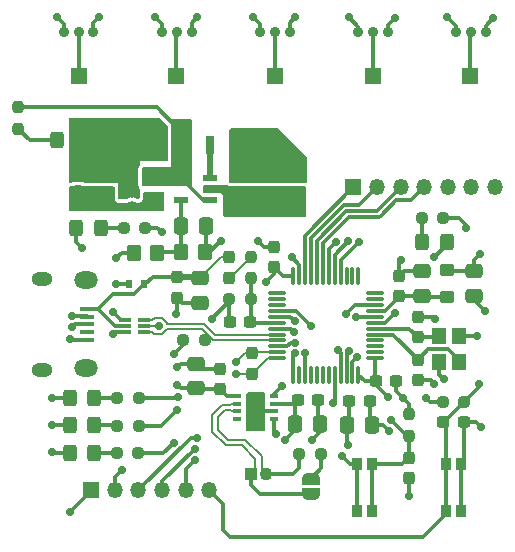
<source format=gbr>
%TF.GenerationSoftware,KiCad,Pcbnew,9.0.0*%
%TF.CreationDate,2026-01-14T19:26:19-05:00*%
%TF.ProjectId,telemetry-node,74656c65-6d65-4747-9279-2d6e6f64652e,rev?*%
%TF.SameCoordinates,Original*%
%TF.FileFunction,Copper,L1,Top*%
%TF.FilePolarity,Positive*%
%FSLAX46Y46*%
G04 Gerber Fmt 4.6, Leading zero omitted, Abs format (unit mm)*
G04 Created by KiCad (PCBNEW 9.0.0) date 2026-01-14 19:26:19*
%MOMM*%
%LPD*%
G01*
G04 APERTURE LIST*
G04 Aperture macros list*
%AMRoundRect*
0 Rectangle with rounded corners*
0 $1 Rounding radius*
0 $2 $3 $4 $5 $6 $7 $8 $9 X,Y pos of 4 corners*
0 Add a 4 corners polygon primitive as box body*
4,1,4,$2,$3,$4,$5,$6,$7,$8,$9,$2,$3,0*
0 Add four circle primitives for the rounded corners*
1,1,$1+$1,$2,$3*
1,1,$1+$1,$4,$5*
1,1,$1+$1,$6,$7*
1,1,$1+$1,$8,$9*
0 Add four rect primitives between the rounded corners*
20,1,$1+$1,$2,$3,$4,$5,0*
20,1,$1+$1,$4,$5,$6,$7,0*
20,1,$1+$1,$6,$7,$8,$9,0*
20,1,$1+$1,$8,$9,$2,$3,0*%
%AMFreePoly0*
4,1,23,0.500000,-0.750000,0.000000,-0.750000,0.000000,-0.745722,-0.065263,-0.745722,-0.191342,-0.711940,-0.304381,-0.646677,-0.396677,-0.554381,-0.461940,-0.441342,-0.495722,-0.315263,-0.495722,-0.250000,-0.500000,-0.250000,-0.500000,0.250000,-0.495722,0.250000,-0.495722,0.315263,-0.461940,0.441342,-0.396677,0.554381,-0.304381,0.646677,-0.191342,0.711940,-0.065263,0.745722,0.000000,0.745722,
0.000000,0.750000,0.500000,0.750000,0.500000,-0.750000,0.500000,-0.750000,$1*%
%AMFreePoly1*
4,1,23,0.000000,0.745722,0.065263,0.745722,0.191342,0.711940,0.304381,0.646677,0.396677,0.554381,0.461940,0.441342,0.495722,0.315263,0.495722,0.250000,0.500000,0.250000,0.500000,-0.250000,0.495722,-0.250000,0.495722,-0.315263,0.461940,-0.441342,0.396677,-0.554381,0.304381,-0.646677,0.191342,-0.711940,0.065263,-0.745722,0.000000,-0.745722,0.000000,-0.750000,-0.500000,-0.750000,
-0.500000,0.750000,0.000000,0.750000,0.000000,0.745722,0.000000,0.745722,$1*%
G04 Aperture macros list end*
%TA.AperFunction,SMDPad,CuDef*%
%ADD10RoundRect,0.250000X-0.475000X0.337500X-0.475000X-0.337500X0.475000X-0.337500X0.475000X0.337500X0*%
%TD*%
%TA.AperFunction,SMDPad,CuDef*%
%ADD11RoundRect,0.250000X0.325000X0.450000X-0.325000X0.450000X-0.325000X-0.450000X0.325000X-0.450000X0*%
%TD*%
%TA.AperFunction,SMDPad,CuDef*%
%ADD12RoundRect,0.237500X0.250000X0.237500X-0.250000X0.237500X-0.250000X-0.237500X0.250000X-0.237500X0*%
%TD*%
%TA.AperFunction,SMDPad,CuDef*%
%ADD13RoundRect,0.250000X-0.337500X-0.475000X0.337500X-0.475000X0.337500X0.475000X-0.337500X0.475000X0*%
%TD*%
%TA.AperFunction,SMDPad,CuDef*%
%ADD14R,1.200000X0.600000*%
%TD*%
%TA.AperFunction,ComponentPad*%
%ADD15R,1.100000X1.100000*%
%TD*%
%TA.AperFunction,ComponentPad*%
%ADD16C,1.100000*%
%TD*%
%TA.AperFunction,ComponentPad*%
%ADD17C,0.900000*%
%TD*%
%TA.AperFunction,ComponentPad*%
%ADD18R,1.350000X1.350000*%
%TD*%
%TA.AperFunction,SMDPad,CuDef*%
%ADD19RoundRect,0.237500X-0.237500X0.300000X-0.237500X-0.300000X0.237500X-0.300000X0.237500X0.300000X0*%
%TD*%
%TA.AperFunction,SMDPad,CuDef*%
%ADD20RoundRect,0.250000X-0.325000X-0.450000X0.325000X-0.450000X0.325000X0.450000X-0.325000X0.450000X0*%
%TD*%
%TA.AperFunction,SMDPad,CuDef*%
%ADD21RoundRect,0.237500X0.237500X-0.300000X0.237500X0.300000X-0.237500X0.300000X-0.237500X-0.300000X0*%
%TD*%
%TA.AperFunction,SMDPad,CuDef*%
%ADD22R,0.700000X1.500000*%
%TD*%
%TA.AperFunction,SMDPad,CuDef*%
%ADD23RoundRect,0.250000X-0.350000X-0.450000X0.350000X-0.450000X0.350000X0.450000X-0.350000X0.450000X0*%
%TD*%
%TA.AperFunction,SMDPad,CuDef*%
%ADD24RoundRect,0.250000X0.337500X0.475000X-0.337500X0.475000X-0.337500X-0.475000X0.337500X-0.475000X0*%
%TD*%
%TA.AperFunction,SMDPad,CuDef*%
%ADD25RoundRect,0.237500X-0.237500X0.250000X-0.237500X-0.250000X0.237500X-0.250000X0.237500X0.250000X0*%
%TD*%
%TA.AperFunction,SMDPad,CuDef*%
%ADD26RoundRect,0.237500X-0.300000X-0.237500X0.300000X-0.237500X0.300000X0.237500X-0.300000X0.237500X0*%
%TD*%
%TA.AperFunction,SMDPad,CuDef*%
%ADD27R,1.300000X0.450000*%
%TD*%
%TA.AperFunction,HeatsinkPad*%
%ADD28O,1.800000X1.150000*%
%TD*%
%TA.AperFunction,HeatsinkPad*%
%ADD29O,2.000000X1.450000*%
%TD*%
%TA.AperFunction,SMDPad,CuDef*%
%ADD30RoundRect,0.237500X0.300000X0.237500X-0.300000X0.237500X-0.300000X-0.237500X0.300000X-0.237500X0*%
%TD*%
%TA.AperFunction,SMDPad,CuDef*%
%ADD31RoundRect,0.075000X0.662500X0.075000X-0.662500X0.075000X-0.662500X-0.075000X0.662500X-0.075000X0*%
%TD*%
%TA.AperFunction,SMDPad,CuDef*%
%ADD32RoundRect,0.075000X0.075000X0.662500X-0.075000X0.662500X-0.075000X-0.662500X0.075000X-0.662500X0*%
%TD*%
%TA.AperFunction,SMDPad,CuDef*%
%ADD33RoundRect,0.237500X-0.237500X0.287500X-0.237500X-0.287500X0.237500X-0.287500X0.237500X0.287500X0*%
%TD*%
%TA.AperFunction,SMDPad,CuDef*%
%ADD34RoundRect,0.250000X0.350000X-0.275000X0.350000X0.275000X-0.350000X0.275000X-0.350000X-0.275000X0*%
%TD*%
%TA.AperFunction,SMDPad,CuDef*%
%ADD35R,0.900000X1.050000*%
%TD*%
%TA.AperFunction,SMDPad,CuDef*%
%ADD36R,0.990000X0.300000*%
%TD*%
%TA.AperFunction,ComponentPad*%
%ADD37O,1.350000X1.350000*%
%TD*%
%TA.AperFunction,SMDPad,CuDef*%
%ADD38RoundRect,0.250000X-0.450000X0.325000X-0.450000X-0.325000X0.450000X-0.325000X0.450000X0.325000X0*%
%TD*%
%TA.AperFunction,SMDPad,CuDef*%
%ADD39FreePoly0,270.000000*%
%TD*%
%TA.AperFunction,SMDPad,CuDef*%
%ADD40FreePoly1,270.000000*%
%TD*%
%TA.AperFunction,SMDPad,CuDef*%
%ADD41R,0.550000X0.800000*%
%TD*%
%TA.AperFunction,SMDPad,CuDef*%
%ADD42R,0.280000X0.200000*%
%TD*%
%TA.AperFunction,SMDPad,CuDef*%
%ADD43RoundRect,0.237500X-0.250000X-0.237500X0.250000X-0.237500X0.250000X0.237500X-0.250000X0.237500X0*%
%TD*%
%TA.AperFunction,SMDPad,CuDef*%
%ADD44R,0.650000X0.350000*%
%TD*%
%TA.AperFunction,SMDPad,CuDef*%
%ADD45R,1.550000X2.400000*%
%TD*%
%TA.AperFunction,SMDPad,CuDef*%
%ADD46RoundRect,0.250000X0.475000X-0.337500X0.475000X0.337500X-0.475000X0.337500X-0.475000X-0.337500X0*%
%TD*%
%TA.AperFunction,SMDPad,CuDef*%
%ADD47R,1.200000X1.400000*%
%TD*%
%TA.AperFunction,ViaPad*%
%ADD48C,0.700000*%
%TD*%
%TA.AperFunction,Conductor*%
%ADD49C,0.300000*%
%TD*%
%TA.AperFunction,Conductor*%
%ADD50C,0.200000*%
%TD*%
%TA.AperFunction,Conductor*%
%ADD51C,0.500000*%
%TD*%
G04 APERTURE END LIST*
D10*
%TO.P,C25,1*%
%TO.N,+3.3V Buck*%
X208600000Y-56425000D03*
%TO.P,C25,2*%
%TO.N,GND*%
X208600000Y-58500000D03*
%TD*%
D11*
%TO.P,D11,1,K*%
%TO.N,GND*%
X190425000Y-53600000D03*
%TO.P,D11,2,A*%
%TO.N,Net-(D11-A)*%
X188375000Y-53600000D03*
%TD*%
D12*
%TO.P,R5,1*%
%TO.N,/NRST*%
X222912500Y-75750000D03*
%TO.P,R5,2*%
%TO.N,+3.3V Buck*%
X221087500Y-75750000D03*
%TD*%
%TO.P,R30,1*%
%TO.N,+3.3V Buck*%
X195887500Y-61000000D03*
%TO.P,R30,2*%
%TO.N,Net-(D12-A)*%
X194062500Y-61000000D03*
%TD*%
D10*
%TO.P,C23,1*%
%TO.N,+3.3V Buck*%
X204000000Y-56400000D03*
%TO.P,C23,2*%
%TO.N,GND*%
X204000000Y-58475000D03*
%TD*%
D13*
%TO.P,C22,1*%
%TO.N,Net-(IC1-FB)*%
X198912500Y-60825000D03*
%TO.P,C22,2*%
%TO.N,+3.3V Buck*%
X200987500Y-60825000D03*
%TD*%
D14*
%TO.P,IC1,1,EN*%
%TO.N,+5V*%
X201400000Y-58675000D03*
%TO.P,IC1,2,GND*%
%TO.N,GND*%
X201400000Y-57725000D03*
%TO.P,IC1,3,SW*%
%TO.N,Net-(IC1-SW)*%
X201400000Y-56775000D03*
%TO.P,IC1,4,VIN*%
%TO.N,+5V*%
X198900000Y-56775000D03*
%TO.P,IC1,5,FB*%
%TO.N,Net-(IC1-FB)*%
X198900000Y-58675000D03*
%TD*%
D15*
%TO.P,J4,1,1*%
%TO.N,/CAN_N*%
X204837500Y-81900000D03*
D16*
%TO.P,J4,2,2*%
%TO.N,/CAN_P*%
X206087500Y-81900000D03*
%TD*%
D17*
%TO.P,J9,1,1*%
%TO.N,+3.3V Buck*%
X205600000Y-44400000D03*
%TO.P,J9,2,2*%
%TO.N,Net-(J10-Pin_1)*%
X206850000Y-44400000D03*
%TO.P,J9,3,3*%
%TO.N,GND*%
X208100000Y-44400000D03*
%TD*%
%TO.P,J1,1,1*%
%TO.N,+3.3V Buck*%
X189000000Y-44400000D03*
%TO.P,J1,2,2*%
%TO.N,Net-(J5-Pin_1)*%
X190250000Y-44400000D03*
%TO.P,J1,3,3*%
%TO.N,GND*%
X191500000Y-44400000D03*
%TD*%
D18*
%TO.P,J15,1,Pin_1*%
%TO.N,Net-(J15-Pin_1)*%
X223400000Y-48200000D03*
%TD*%
D19*
%TO.P,C58,1*%
%TO.N,GND*%
X202187500Y-72937500D03*
%TO.P,C58,2*%
%TO.N,+3.3V Buck*%
X202187500Y-74662500D03*
%TD*%
D20*
%TO.P,D15,1,K*%
%TO.N,GND*%
X189500000Y-80100000D03*
%TO.P,D15,2,A*%
%TO.N,Net-(D15-A)*%
X191550000Y-80100000D03*
%TD*%
D21*
%TO.P,C18,1*%
%TO.N,/HSE_OUT*%
X218937500Y-70275000D03*
%TO.P,C18,2*%
%TO.N,GND*%
X218937500Y-68550000D03*
%TD*%
D22*
%TO.P,L2,1,1*%
%TO.N,Net-(IC1-SW)*%
X201350000Y-54000000D03*
%TO.P,L2,2,2*%
%TO.N,+3.3V Buck*%
X203650000Y-54000000D03*
%TD*%
D12*
%TO.P,R34,1*%
%TO.N,/PA0*%
X221100000Y-60200000D03*
%TO.P,R34,2*%
%TO.N,Net-(D16-A)*%
X219275000Y-60200000D03*
%TD*%
D20*
%TO.P,D12,1,K*%
%TO.N,GND*%
X190050000Y-61000000D03*
%TO.P,D12,2,A*%
%TO.N,Net-(D12-A)*%
X192100000Y-61000000D03*
%TD*%
D13*
%TO.P,C16,1*%
%TO.N,+3.3V Buck*%
X208600000Y-77600000D03*
%TO.P,C16,2*%
%TO.N,GND*%
X210675000Y-77600000D03*
%TD*%
D23*
%TO.P,R10,1*%
%TO.N,Net-(IC1-FB)*%
X198950000Y-63100000D03*
%TO.P,R10,2*%
%TO.N,+3.3V Buck*%
X200950000Y-63100000D03*
%TD*%
D10*
%TO.P,C2,1*%
%TO.N,VBUS*%
X200550000Y-65275000D03*
%TO.P,C2,2*%
%TO.N,GND*%
X200550000Y-67350000D03*
%TD*%
D15*
%TO.P,J3,1,1*%
%TO.N,GND*%
X190200000Y-56625000D03*
D16*
%TO.P,J3,2,2*%
%TO.N,+5V In*%
X190200000Y-57875000D03*
%TD*%
D24*
%TO.P,C7,1*%
%TO.N,+3.3V Buck*%
X215062500Y-77700000D03*
%TO.P,C7,2*%
%TO.N,GND*%
X212987500Y-77700000D03*
%TD*%
D25*
%TO.P,R4,1*%
%TO.N,GND*%
X218187500Y-76787500D03*
%TO.P,R4,2*%
%TO.N,/BOOT0*%
X218187500Y-78612500D03*
%TD*%
D19*
%TO.P,C12,1*%
%TO.N,/HSE_IN*%
X218937500Y-72187500D03*
%TO.P,C12,2*%
%TO.N,GND*%
X218937500Y-73912500D03*
%TD*%
D12*
%TO.P,R9,1*%
%TO.N,/VSENSE_USB*%
X204812500Y-67050000D03*
%TO.P,R9,2*%
%TO.N,GND*%
X202987500Y-67050000D03*
%TD*%
%TO.P,R13,1*%
%TO.N,Net-(JP1-A)*%
X210750000Y-80200000D03*
%TO.P,R13,2*%
%TO.N,/CAN_P*%
X208925000Y-80200000D03*
%TD*%
D26*
%TO.P,C13,1*%
%TO.N,+3.3V Buck*%
X215425000Y-74000000D03*
%TO.P,C13,2*%
%TO.N,GND*%
X217150000Y-74000000D03*
%TD*%
D27*
%TO.P,J11,1,VBUS*%
%TO.N,VBUS*%
X190950000Y-67900000D03*
%TO.P,J11,2,D-*%
%TO.N,Net-(IC2-I{slash}O2_2)*%
X190950000Y-68550000D03*
%TO.P,J11,3,D+*%
%TO.N,Net-(IC2-I{slash}O1_2)*%
X190950000Y-69200000D03*
%TO.P,J11,4,ID*%
%TO.N,unconnected-(J11-ID-Pad4)*%
X190950000Y-69850000D03*
%TO.P,J11,5,GND*%
%TO.N,GND*%
X190950000Y-70500000D03*
D28*
%TO.P,J11,6,Shield*%
%TO.N,unconnected-(J11-Shield-Pad6)*%
X187100000Y-65325000D03*
D29*
%TO.N,unconnected-(J11-Shield-Pad6)_3*%
X190900000Y-65475000D03*
%TO.N,unconnected-(J11-Shield-Pad6)_1*%
X190900000Y-72925000D03*
D28*
%TO.N,unconnected-(J11-Shield-Pad6)_2*%
X187100000Y-73075000D03*
%TD*%
D25*
%TO.P,R29,1*%
%TO.N,+5V*%
X185100000Y-50787500D03*
%TO.P,R29,2*%
%TO.N,Net-(D11-A)*%
X185100000Y-52612500D03*
%TD*%
D18*
%TO.P,J10,1,Pin_1*%
%TO.N,Net-(J10-Pin_1)*%
X206900000Y-48200000D03*
%TD*%
D17*
%TO.P,J14,1,1*%
%TO.N,+3.3V Buck*%
X222200000Y-44400000D03*
%TO.P,J14,2,2*%
%TO.N,Net-(J15-Pin_1)*%
X223450000Y-44400000D03*
%TO.P,J14,3,3*%
%TO.N,GND*%
X224700000Y-44400000D03*
%TD*%
D21*
%TO.P,C8,1*%
%TO.N,+3.3VA*%
X217387500Y-66825000D03*
%TO.P,C8,2*%
%TO.N,GND*%
X217387500Y-65100000D03*
%TD*%
D19*
%TO.P,C11,1*%
%TO.N,/BOOT0*%
X218187500Y-80475000D03*
%TO.P,C11,2*%
%TO.N,GND*%
X218187500Y-82200000D03*
%TD*%
D25*
%TO.P,R6,1*%
%TO.N,Net-(F2-Pad2)*%
X204850000Y-63450000D03*
%TO.P,R6,2*%
%TO.N,/VSENSE_USB*%
X204850000Y-65275000D03*
%TD*%
D26*
%TO.P,C17,1*%
%TO.N,+3.3V Buck*%
X208775000Y-75600000D03*
%TO.P,C17,2*%
%TO.N,GND*%
X210500000Y-75600000D03*
%TD*%
D30*
%TO.P,C21,1*%
%TO.N,+5V*%
X198900000Y-54800000D03*
%TO.P,C21,2*%
%TO.N,GND*%
X197175000Y-54800000D03*
%TD*%
D20*
%TO.P,D6,1,K*%
%TO.N,GND*%
X189487500Y-75400000D03*
%TO.P,D6,2,A*%
%TO.N,Net-(D6-A)*%
X191537500Y-75400000D03*
%TD*%
D13*
%TO.P,C20,1*%
%TO.N,GND*%
X196775000Y-52800000D03*
%TO.P,C20,2*%
%TO.N,+5V*%
X198850000Y-52800000D03*
%TD*%
D31*
%TO.P,U1,1,VBAT*%
%TO.N,+3.3V Buck*%
X215337500Y-72050000D03*
%TO.P,U1,2,PC13*%
%TO.N,unconnected-(U1-PC13-Pad2)*%
X215337500Y-71550000D03*
%TO.P,U1,3,PC14*%
%TO.N,unconnected-(U1-PC14-Pad3)*%
X215337500Y-71050000D03*
%TO.P,U1,4,PC15*%
%TO.N,unconnected-(U1-PC15-Pad4)*%
X215337500Y-70550000D03*
%TO.P,U1,5,PD0*%
%TO.N,/HSE_IN*%
X215337500Y-70050000D03*
%TO.P,U1,6,PD1*%
%TO.N,/HSE_OUT*%
X215337500Y-69550000D03*
%TO.P,U1,7,NRST*%
%TO.N,/NRST*%
X215337500Y-69050000D03*
%TO.P,U1,8,VSSA*%
%TO.N,GND*%
X215337500Y-68550000D03*
%TO.P,U1,9,VDDA*%
%TO.N,+3.3VA*%
X215337500Y-68050000D03*
%TO.P,U1,10,PA0*%
%TO.N,/PA0*%
X215337500Y-67550000D03*
%TO.P,U1,11,PA1*%
%TO.N,unconnected-(U1-PA1-Pad11)*%
X215337500Y-67050000D03*
%TO.P,U1,12,PA2*%
%TO.N,unconnected-(U1-PA2-Pad12)*%
X215337500Y-66550000D03*
D32*
%TO.P,U1,13,PA3*%
%TO.N,unconnected-(U1-PA3-Pad13)*%
X213925000Y-65137500D03*
%TO.P,U1,14,PA4*%
%TO.N,unconnected-(U1-PA4-Pad14)*%
X213425000Y-65137500D03*
%TO.P,U1,15,PA5*%
%TO.N,unconnected-(U1-PA5-Pad15)*%
X212925000Y-65137500D03*
%TO.P,U1,16,PA6*%
%TO.N,/PA6*%
X212425000Y-65137500D03*
%TO.P,U1,17,PA7*%
%TO.N,/PA7*%
X211925000Y-65137500D03*
%TO.P,U1,18,PB0*%
%TO.N,/PB0*%
X211425000Y-65137500D03*
%TO.P,U1,19,PB1*%
%TO.N,/PB1*%
X210925000Y-65137500D03*
%TO.P,U1,20,PB2*%
%TO.N,/PB2*%
X210425000Y-65137500D03*
%TO.P,U1,21,PB10*%
%TO.N,/PB10*%
X209925000Y-65137500D03*
%TO.P,U1,22,PB11*%
%TO.N,/PB11*%
X209425000Y-65137500D03*
%TO.P,U1,23,VSS*%
%TO.N,GND*%
X208925000Y-65137500D03*
%TO.P,U1,24,VDD*%
%TO.N,+3.3V Buck*%
X208425000Y-65137500D03*
D31*
%TO.P,U1,25,PB12*%
%TO.N,unconnected-(U1-PB12-Pad25)*%
X207012500Y-66550000D03*
%TO.P,U1,26,PB13*%
%TO.N,unconnected-(U1-PB13-Pad26)*%
X207012500Y-67050000D03*
%TO.P,U1,27,PB14*%
%TO.N,unconnected-(U1-PB14-Pad27)*%
X207012500Y-67550000D03*
%TO.P,U1,28,PB15*%
%TO.N,/PB15*%
X207012500Y-68050000D03*
%TO.P,U1,29,PA8*%
%TO.N,/PA8*%
X207012500Y-68550000D03*
%TO.P,U1,30,PA9*%
%TO.N,/VSENSE_USB*%
X207012500Y-69050000D03*
%TO.P,U1,31,PA10*%
%TO.N,/PA10*%
X207012500Y-69550000D03*
%TO.P,U1,32,PA11*%
%TO.N,/USB_D-*%
X207012500Y-70050000D03*
%TO.P,U1,33,PA12*%
%TO.N,/USB_D+*%
X207012500Y-70550000D03*
%TO.P,U1,34,PA13*%
%TO.N,/SWDIO*%
X207012500Y-71050000D03*
%TO.P,U1,35,VSS*%
%TO.N,GND*%
X207012500Y-71550000D03*
%TO.P,U1,36,VDD*%
%TO.N,+3.3V Buck*%
X207012500Y-72050000D03*
D32*
%TO.P,U1,37,PA14*%
%TO.N,/SWCLK*%
X208425000Y-73462500D03*
%TO.P,U1,38,PA15*%
%TO.N,unconnected-(U1-PA15-Pad38)*%
X208925000Y-73462500D03*
%TO.P,U1,39,PB3*%
%TO.N,/SWO*%
X209425000Y-73462500D03*
%TO.P,U1,40,PB4*%
%TO.N,unconnected-(U1-PB4-Pad40)*%
X209925000Y-73462500D03*
%TO.P,U1,41,PB5*%
%TO.N,unconnected-(U1-PB5-Pad41)*%
X210425000Y-73462500D03*
%TO.P,U1,42,PB6*%
%TO.N,unconnected-(U1-PB6-Pad42)*%
X210925000Y-73462500D03*
%TO.P,U1,43,PB7*%
%TO.N,unconnected-(U1-PB7-Pad43)*%
X211425000Y-73462500D03*
%TO.P,U1,44,BOOT0*%
%TO.N,/BOOT0*%
X211925000Y-73462500D03*
%TO.P,U1,45,PB8*%
%TO.N,/CAN_RX*%
X212425000Y-73462500D03*
%TO.P,U1,46,PB9*%
%TO.N,/CAN_TX*%
X212925000Y-73462500D03*
%TO.P,U1,47,VSS*%
%TO.N,GND*%
X213425000Y-73462500D03*
%TO.P,U1,48,VDD*%
%TO.N,+3.3V Buck*%
X213925000Y-73462500D03*
%TD*%
D30*
%TO.P,C6,1*%
%TO.N,+3.3V Buck*%
X214887500Y-75700000D03*
%TO.P,C6,2*%
%TO.N,GND*%
X213162500Y-75700000D03*
%TD*%
D11*
%TO.P,D16,1,K*%
%TO.N,GND*%
X221400000Y-62200000D03*
%TO.P,D16,2,A*%
%TO.N,Net-(D16-A)*%
X219350000Y-62200000D03*
%TD*%
D12*
%TO.P,R32,1*%
%TO.N,/PA8*%
X195325000Y-77800000D03*
%TO.P,R32,2*%
%TO.N,Net-(D7-A)*%
X193500000Y-77800000D03*
%TD*%
D33*
%TO.P,F2,1*%
%TO.N,VBUS*%
X202950000Y-63487500D03*
%TO.P,F2,2*%
%TO.N,Net-(F2-Pad2)*%
X202950000Y-65237500D03*
%TD*%
D21*
%TO.P,C14,1*%
%TO.N,+3.3V Buck*%
X206800000Y-64362500D03*
%TO.P,C14,2*%
%TO.N,GND*%
X206800000Y-62637500D03*
%TD*%
%TO.P,C5,1*%
%TO.N,+3.3V Buck*%
X204937500Y-73375000D03*
%TO.P,C5,2*%
%TO.N,GND*%
X204937500Y-71650000D03*
%TD*%
D12*
%TO.P,R8,1*%
%TO.N,/PB15*%
X195325000Y-75400000D03*
%TO.P,R8,2*%
%TO.N,Net-(D6-A)*%
X193500000Y-75400000D03*
%TD*%
D34*
%TO.P,FB1,1*%
%TO.N,+3.3VA*%
X221437500Y-66900000D03*
%TO.P,FB1,2*%
%TO.N,+3.3V Buck*%
X221437500Y-64600000D03*
%TD*%
D35*
%TO.P,S4,1,1*%
%TO.N,+3.3V Buck*%
X213787500Y-81050000D03*
%TO.P,S4,2,2*%
X213787500Y-85000000D03*
%TO.P,S4,3,3*%
%TO.N,/BOOT0*%
X215087500Y-81050000D03*
%TO.P,S4,4,4*%
X215087500Y-85000000D03*
%TD*%
D19*
%TO.P,C1,1*%
%TO.N,VBUS*%
X198600000Y-65200000D03*
%TO.P,C1,2*%
%TO.N,GND*%
X198600000Y-66925000D03*
%TD*%
D18*
%TO.P,J8,1,Pin_1*%
%TO.N,Net-(J8-Pin_1)*%
X198500000Y-48200000D03*
%TD*%
D36*
%TO.P,IC2,1,I/O1_1*%
%TO.N,/USB_D+*%
X195750000Y-69850000D03*
%TO.P,IC2,2,GND*%
%TO.N,GND*%
X195750000Y-69350000D03*
%TO.P,IC2,3,I/O2_1*%
%TO.N,/USB_D-*%
X195750000Y-68850000D03*
%TO.P,IC2,4,I/O2_2*%
%TO.N,Net-(IC2-I{slash}O2_2)*%
X194140000Y-68850000D03*
%TO.P,IC2,5,VBUS*%
%TO.N,VBUS*%
X194140000Y-69350000D03*
%TO.P,IC2,6,I/O1_2*%
%TO.N,Net-(IC2-I{slash}O1_2)*%
X194140000Y-69850000D03*
%TD*%
D18*
%TO.P,J2,1,Pin_1*%
%TO.N,+3.3V Buck*%
X191300000Y-83200000D03*
D37*
%TO.P,J2,2,Pin_2*%
%TO.N,GND*%
X193300000Y-83200000D03*
%TO.P,J2,3,Pin_3*%
%TO.N,/SWDIO*%
X195300000Y-83200000D03*
%TO.P,J2,4,Pin_4*%
%TO.N,/SWCLK*%
X197300000Y-83200000D03*
%TO.P,J2,5,Pin_5*%
%TO.N,/SWO*%
X199300000Y-83200000D03*
%TO.P,J2,6,Pin_6*%
%TO.N,/NRST*%
X201300000Y-83200000D03*
%TD*%
D38*
%TO.P,D4,1,K*%
%TO.N,+5V*%
X196550000Y-56700000D03*
%TO.P,D4,2,A*%
%TO.N,+5V In*%
X196550000Y-58750000D03*
%TD*%
D10*
%TO.P,C24,1*%
%TO.N,+3.3V Buck*%
X206300000Y-56412500D03*
%TO.P,C24,2*%
%TO.N,GND*%
X206300000Y-58487500D03*
%TD*%
D20*
%TO.P,D7,1,K*%
%TO.N,GND*%
X189497500Y-77700000D03*
%TO.P,D7,2,A*%
%TO.N,Net-(D7-A)*%
X191547500Y-77700000D03*
%TD*%
D39*
%TO.P,JP1,1,A*%
%TO.N,Net-(JP1-A)*%
X209887500Y-82250000D03*
D40*
%TO.P,JP1,2,B*%
%TO.N,/CAN_N*%
X209887500Y-83550000D03*
%TD*%
D12*
%TO.P,R33,1*%
%TO.N,/PA10*%
X195300000Y-80100000D03*
%TO.P,R33,2*%
%TO.N,Net-(D15-A)*%
X193475000Y-80100000D03*
%TD*%
D10*
%TO.P,C10,1*%
%TO.N,+3.3V Buck*%
X223687500Y-64700000D03*
%TO.P,C10,2*%
%TO.N,GND*%
X223687500Y-66775000D03*
%TD*%
D18*
%TO.P,J13,1,Pin_1*%
%TO.N,Net-(J13-Pin_1)*%
X215200000Y-48200000D03*
%TD*%
D41*
%TO.P,D2,1,K*%
%TO.N,VBUS*%
X195750000Y-65800000D03*
%TO.P,D2,2,A*%
%TO.N,GND*%
X194500000Y-65800000D03*
%TD*%
D42*
%TO.P,D1,1,K1*%
%TO.N,+5V In*%
X194775000Y-58850000D03*
%TO.P,D1,2,K2*%
%TO.N,GND*%
X194775000Y-58450000D03*
%TD*%
D17*
%TO.P,J6,1,1*%
%TO.N,+3.3V Buck*%
X197300000Y-44400000D03*
%TO.P,J6,2,2*%
%TO.N,Net-(J8-Pin_1)*%
X198550000Y-44400000D03*
%TO.P,J6,3,3*%
%TO.N,GND*%
X199800000Y-44400000D03*
%TD*%
D10*
%TO.P,C59,1*%
%TO.N,GND*%
X200187500Y-72525000D03*
%TO.P,C59,2*%
%TO.N,+3.3V Buck*%
X200187500Y-74600000D03*
%TD*%
D23*
%TO.P,R14,1*%
%TO.N,GND*%
X194900000Y-63125000D03*
%TO.P,R14,2*%
%TO.N,Net-(IC1-FB)*%
X196900000Y-63125000D03*
%TD*%
D43*
%TO.P,R3,1*%
%TO.N,+3.3V Buck*%
X199075000Y-70500000D03*
%TO.P,R3,2*%
%TO.N,/USB_D+*%
X200900000Y-70500000D03*
%TD*%
D30*
%TO.P,C19,1*%
%TO.N,/VSENSE_USB*%
X204762500Y-69000000D03*
%TO.P,C19,2*%
%TO.N,GND*%
X203037500Y-69000000D03*
%TD*%
D18*
%TO.P,J7,1,Pin_1*%
%TO.N,/PB11*%
X213500000Y-57600000D03*
D37*
%TO.P,J7,2,Pin_2*%
%TO.N,/PB10*%
X215500000Y-57600000D03*
%TO.P,J7,3,Pin_3*%
%TO.N,/PB2*%
X217500000Y-57600000D03*
%TO.P,J7,4,Pin_4*%
%TO.N,/PB1*%
X219500000Y-57600000D03*
%TO.P,J7,5,Pin_5*%
%TO.N,/PB0*%
X221500000Y-57600000D03*
%TO.P,J7,6,Pin_6*%
%TO.N,/PA7*%
X223500000Y-57600000D03*
%TO.P,J7,7,Pin_7*%
%TO.N,/PA6*%
X225500000Y-57600000D03*
%TD*%
D26*
%TO.P,C15,1*%
%TO.N,/NRST*%
X221112500Y-77475000D03*
%TO.P,C15,2*%
%TO.N,GND*%
X222837500Y-77475000D03*
%TD*%
D44*
%TO.P,U2,1,TXD*%
%TO.N,/CAN_TX*%
X206787500Y-77200000D03*
%TO.P,U2,2,GND*%
%TO.N,GND*%
X206787500Y-76550000D03*
%TO.P,U2,3,VCC*%
%TO.N,+3.3V Buck*%
X206787500Y-75900000D03*
%TO.P,U2,4,RXD*%
%TO.N,/CAN_RX*%
X206787500Y-75250000D03*
%TO.P,U2,5,VIO*%
%TO.N,+3.3V Buck*%
X203687500Y-75250000D03*
%TO.P,U2,6,CANL*%
%TO.N,/CAN_N*%
X203687500Y-75900000D03*
%TO.P,U2,7,CANH*%
%TO.N,/CAN_P*%
X203687500Y-76550000D03*
%TO.P,U2,8,S*%
%TO.N,unconnected-(U2-S-Pad8)*%
X203687500Y-77200000D03*
D45*
%TO.P,U2,9,GND*%
%TO.N,GND*%
X205237500Y-76225000D03*
%TD*%
D46*
%TO.P,C9,1*%
%TO.N,+3.3VA*%
X219287500Y-66762500D03*
%TO.P,C9,2*%
%TO.N,GND*%
X219287500Y-64687500D03*
%TD*%
D18*
%TO.P,J5,1,Pin_1*%
%TO.N,Net-(J5-Pin_1)*%
X190250000Y-48200000D03*
%TD*%
D35*
%TO.P,S3,1,1*%
%TO.N,/NRST*%
X221337500Y-81025000D03*
%TO.P,S3,2,2*%
X221337500Y-84975000D03*
%TO.P,S3,3,3*%
%TO.N,GND*%
X222637500Y-81025000D03*
%TO.P,S3,4,4*%
X222637500Y-84975000D03*
%TD*%
D17*
%TO.P,J12,1,1*%
%TO.N,+3.3V Buck*%
X213900000Y-44400000D03*
%TO.P,J12,2,2*%
%TO.N,Net-(J13-Pin_1)*%
X215150000Y-44400000D03*
%TO.P,J12,3,3*%
%TO.N,GND*%
X216400000Y-44400000D03*
%TD*%
D47*
%TO.P,Y1,1,1*%
%TO.N,/HSE_IN*%
X222487500Y-72350000D03*
%TO.P,Y1,2,2*%
%TO.N,GND*%
X222487500Y-70150000D03*
%TO.P,Y1,3,3*%
%TO.N,/HSE_OUT*%
X220787500Y-70150000D03*
%TO.P,Y1,4,4*%
%TO.N,GND*%
X220787500Y-72350000D03*
%TD*%
D48*
%TO.N,+3.3V Buck*%
X188400000Y-43150000D03*
X196750000Y-43200000D03*
X205000000Y-43200000D03*
X213100000Y-43200000D03*
X221450000Y-43200000D03*
%TO.N,GND*%
X225350000Y-43250000D03*
X217000000Y-43250000D03*
X208600000Y-43150000D03*
X200300000Y-43150000D03*
X192000000Y-43200000D03*
X195900000Y-54200000D03*
X191400000Y-56700000D03*
X220350000Y-63500000D03*
X223937500Y-70150000D03*
X210000000Y-79000000D03*
X205800000Y-59700000D03*
X198600000Y-72800000D03*
X213750000Y-68600000D03*
X197050000Y-69325000D03*
X198500000Y-68300000D03*
X208300000Y-63500000D03*
X193400000Y-63600000D03*
X194700000Y-57600000D03*
X208200000Y-59700000D03*
X194700000Y-56800000D03*
X217500000Y-63700000D03*
X217687500Y-75400000D03*
X224300000Y-77900000D03*
X209000000Y-59700000D03*
X193900000Y-81500000D03*
X188000000Y-77700000D03*
X218200000Y-83700000D03*
X204837500Y-77850000D03*
X193400000Y-65800000D03*
X221187500Y-73850000D03*
X195500000Y-52600000D03*
X203587500Y-72400000D03*
X220337500Y-74200000D03*
X202600000Y-57800000D03*
X203600000Y-59700000D03*
X205637500Y-77850000D03*
X190500000Y-62700000D03*
X189500000Y-70400000D03*
X188000000Y-75400000D03*
X205400000Y-62100000D03*
X206600000Y-59700000D03*
X213850000Y-71950000D03*
X220400000Y-68700000D03*
X188000000Y-80000000D03*
X195500000Y-53400000D03*
X201500000Y-68700000D03*
X213037500Y-79400000D03*
X191400000Y-55800000D03*
X224650000Y-68100000D03*
X204400000Y-59700000D03*
X195900000Y-55000000D03*
%TO.N,+3.3V Buck*%
X204700000Y-53200000D03*
X204700000Y-54000000D03*
X219650000Y-75400000D03*
X216450000Y-75350000D03*
X202300000Y-62100000D03*
X224200000Y-63200000D03*
X212500000Y-80300000D03*
X204700000Y-54800000D03*
X207700000Y-79000000D03*
X206100000Y-65600000D03*
X206600000Y-55100000D03*
X197300000Y-61400000D03*
X189500000Y-85100000D03*
X208800000Y-55100000D03*
X208000000Y-55100000D03*
X198300000Y-71700000D03*
X216537500Y-78200000D03*
X203587500Y-73400000D03*
X198600000Y-74300000D03*
X205700000Y-55100000D03*
%TO.N,/BOOT0*%
X211800000Y-75850000D03*
X216700000Y-77250000D03*
%TO.N,/NRST*%
X224150000Y-74250000D03*
X217050000Y-68200000D03*
%TO.N,/SWCLK*%
X208549998Y-71648872D03*
X200055026Y-79705023D03*
%TO.N,/SWDIO*%
X208550001Y-70748870D03*
X200278118Y-78773412D03*
%TO.N,/SWO*%
X200100000Y-80650000D03*
X209450000Y-71650000D03*
%TO.N,/CAN_RX*%
X212200000Y-71350000D03*
X207450000Y-74450000D03*
%TO.N,/PA0*%
X212900000Y-68300000D03*
X223050000Y-61000000D03*
%TO.N,/PA10*%
X208485774Y-69851162D03*
X198305025Y-79205025D03*
%TO.N,/CAN_TX*%
X213125426Y-71416152D03*
X206986636Y-78451259D03*
%TO.N,/PA8*%
X198550000Y-76450000D03*
X208532827Y-68942754D03*
%TO.N,/PB15*%
X209900000Y-69300000D03*
X198628093Y-75378093D03*
%TO.N,Net-(IC2-I{slash}O1_2)*%
X189675000Y-69425003D03*
X193177686Y-70028460D03*
%TO.N,Net-(IC2-I{slash}O2_2)*%
X189675000Y-68525000D03*
X193132475Y-68142525D03*
%TO.N,/PA6*%
X213972705Y-62222705D03*
%TO.N,/PB0*%
X212007755Y-62207755D03*
%TO.N,/PA7*%
X213052730Y-62152730D03*
%TD*%
D49*
%TO.N,+3.3V Buck*%
X189000000Y-43750000D02*
X188400000Y-43150000D01*
X189000000Y-44400000D02*
X189000000Y-43750000D01*
X197300000Y-43750000D02*
X196750000Y-43200000D01*
X197300000Y-44400000D02*
X197300000Y-43750000D01*
X205600000Y-43800000D02*
X205000000Y-43200000D01*
X205600000Y-44400000D02*
X205600000Y-43800000D01*
X213900000Y-44000000D02*
X213100000Y-43200000D01*
X213900000Y-44400000D02*
X213900000Y-44000000D01*
X222200000Y-43950000D02*
X221450000Y-43200000D01*
X222200000Y-44400000D02*
X222200000Y-43950000D01*
%TO.N,GND*%
X224700000Y-43900000D02*
X225350000Y-43250000D01*
X224700000Y-44400000D02*
X224700000Y-43900000D01*
X216400000Y-43850000D02*
X217000000Y-43250000D01*
X216400000Y-44400000D02*
X216400000Y-43850000D01*
X208100000Y-43650000D02*
X208600000Y-43150000D01*
X208100000Y-44400000D02*
X208100000Y-43650000D01*
X199800000Y-43650000D02*
X200300000Y-43150000D01*
X199800000Y-44400000D02*
X199800000Y-43650000D01*
X191500000Y-43700000D02*
X192000000Y-43200000D01*
X191500000Y-44400000D02*
X191500000Y-43700000D01*
%TO.N,Net-(J15-Pin_1)*%
X223400000Y-44450000D02*
X223450000Y-44400000D01*
X223400000Y-48200000D02*
X223400000Y-44450000D01*
%TO.N,Net-(J13-Pin_1)*%
X215200000Y-44450000D02*
X215150000Y-44400000D01*
X215200000Y-48200000D02*
X215200000Y-44450000D01*
%TO.N,Net-(J10-Pin_1)*%
X206900000Y-44450000D02*
X206850000Y-44400000D01*
X206900000Y-48200000D02*
X206900000Y-44450000D01*
%TO.N,Net-(J8-Pin_1)*%
X198500000Y-48200000D02*
X198500000Y-44450000D01*
X198500000Y-44450000D02*
X198550000Y-44400000D01*
%TO.N,Net-(J5-Pin_1)*%
X190250000Y-48200000D02*
X190250000Y-44400000D01*
%TO.N,GND*%
X217150000Y-74862500D02*
X217687500Y-75400000D01*
X190050000Y-62250000D02*
X190500000Y-62700000D01*
X205562500Y-76550000D02*
X205237500Y-76225000D01*
D50*
X197025000Y-69350000D02*
X197050000Y-69325000D01*
X195750000Y-69350000D02*
X197025000Y-69350000D01*
D49*
X218187500Y-76787500D02*
X218187500Y-75900000D01*
X221400000Y-62450000D02*
X220350000Y-63500000D01*
X222637500Y-80937500D02*
X222837500Y-80737500D01*
X200600000Y-72937500D02*
X200187500Y-72525000D01*
X213800000Y-68550000D02*
X213750000Y-68600000D01*
X222637500Y-81025000D02*
X222637500Y-80937500D01*
X221400000Y-62200000D02*
X221400000Y-62450000D01*
X212987500Y-79350000D02*
X213037500Y-79400000D01*
X202187500Y-72937500D02*
X200600000Y-72937500D01*
D50*
X204937500Y-71650000D02*
X205037500Y-71550000D01*
D49*
X189500000Y-80100000D02*
X188100000Y-80100000D01*
X194500000Y-65800000D02*
X193400000Y-65800000D01*
X220250000Y-68550000D02*
X220400000Y-68700000D01*
X222637500Y-84975000D02*
X222637500Y-81025000D01*
X212987500Y-77700000D02*
X212987500Y-79350000D01*
X202987500Y-67212500D02*
X201500000Y-68700000D01*
X202987500Y-67050000D02*
X202987500Y-67212500D01*
X220625000Y-72187500D02*
X220787500Y-72350000D01*
X202987500Y-68950000D02*
X203037500Y-69000000D01*
X222487500Y-70150000D02*
X223937500Y-70150000D01*
X213162500Y-75700000D02*
X213162500Y-77525000D01*
X213162500Y-77525000D02*
X212987500Y-77700000D01*
X220787500Y-73450000D02*
X221187500Y-73850000D01*
X219287500Y-64687500D02*
X217800000Y-64687500D01*
X215337500Y-68550000D02*
X213800000Y-68550000D01*
X202987500Y-67050000D02*
X202987500Y-68950000D01*
X206787500Y-76550000D02*
X205562500Y-76550000D01*
X218187500Y-83687500D02*
X218200000Y-83700000D01*
X222837500Y-80737500D02*
X222837500Y-77475000D01*
X218937500Y-68550000D02*
X220250000Y-68550000D01*
X217800000Y-64687500D02*
X217387500Y-65100000D01*
D50*
X204937500Y-71650000D02*
X204337500Y-71650000D01*
D49*
X217387500Y-63812500D02*
X217500000Y-63700000D01*
X208925000Y-64125000D02*
X208300000Y-63500000D01*
X213425000Y-72375000D02*
X213850000Y-71950000D01*
X198875000Y-72525000D02*
X198600000Y-72800000D01*
X217387500Y-65100000D02*
X217387500Y-64700000D01*
X199025000Y-67350000D02*
X198600000Y-66925000D01*
X217387500Y-65100000D02*
X217387500Y-63812500D01*
X193300000Y-82100000D02*
X193900000Y-81500000D01*
X218187500Y-82200000D02*
X218187500Y-83687500D01*
X193875000Y-63125000D02*
X193400000Y-63600000D01*
X200550000Y-67350000D02*
X199025000Y-67350000D01*
X193300000Y-83200000D02*
X193300000Y-82100000D01*
X223687500Y-67137500D02*
X224650000Y-68100000D01*
X188100000Y-80100000D02*
X188000000Y-80000000D01*
X218187500Y-75900000D02*
X217687500Y-75400000D01*
X210675000Y-78325000D02*
X210000000Y-79000000D01*
X217150000Y-74000000D02*
X217150000Y-74862500D01*
X220050000Y-73912500D02*
X220337500Y-74200000D01*
X194900000Y-63125000D02*
X193875000Y-63125000D01*
X222837500Y-77475000D02*
X223875000Y-77475000D01*
X206800000Y-62637500D02*
X205937500Y-62637500D01*
D50*
X205037500Y-71550000D02*
X207012500Y-71550000D01*
D49*
X210675000Y-77600000D02*
X210675000Y-78325000D01*
X205937500Y-62637500D02*
X205400000Y-62100000D01*
X220787500Y-72350000D02*
X220787500Y-73450000D01*
X190950000Y-70500000D02*
X189600000Y-70500000D01*
X223687500Y-66775000D02*
X223687500Y-67137500D01*
X218937500Y-73912500D02*
X220050000Y-73912500D01*
X198600000Y-68200000D02*
X198500000Y-68300000D01*
D50*
X204337500Y-71650000D02*
X203587500Y-72400000D01*
D49*
X208925000Y-65137500D02*
X208925000Y-64125000D01*
X198600000Y-66925000D02*
X198600000Y-68200000D01*
X189497500Y-77700000D02*
X188000000Y-77700000D01*
X189487500Y-75400000D02*
X188000000Y-75400000D01*
X190050000Y-61000000D02*
X190050000Y-62250000D01*
X189600000Y-70500000D02*
X189500000Y-70400000D01*
X200187500Y-72525000D02*
X198875000Y-72525000D01*
X210500000Y-75600000D02*
X210500000Y-77425000D01*
X223875000Y-77475000D02*
X224300000Y-77900000D01*
X213425000Y-73462500D02*
X213425000Y-72375000D01*
%TO.N,+5V*%
X196837500Y-50787500D02*
X198850000Y-52800000D01*
X201400000Y-58675000D02*
X200800000Y-58675000D01*
X200800000Y-58675000D02*
X198900000Y-56775000D01*
X185100000Y-50787500D02*
X196837500Y-50787500D01*
%TO.N,Net-(IC1-FB)*%
X198950000Y-60862500D02*
X198912500Y-60825000D01*
X198950000Y-63100000D02*
X198950000Y-60862500D01*
X198900000Y-60812500D02*
X198912500Y-60825000D01*
X198900000Y-58675000D02*
X198900000Y-60812500D01*
X198950000Y-63100000D02*
X196925000Y-63100000D01*
X196925000Y-63100000D02*
X196900000Y-63125000D01*
D51*
%TO.N,Net-(IC1-SW)*%
X201400000Y-56775000D02*
X201400000Y-54050000D01*
X201400000Y-54050000D02*
X201350000Y-54000000D01*
D49*
%TO.N,+3.3V Buck*%
X221537500Y-64700000D02*
X221437500Y-64600000D01*
D50*
X203612500Y-73375000D02*
X203587500Y-73400000D01*
D49*
X213787500Y-81050000D02*
X213250000Y-81050000D01*
X203687500Y-75250000D02*
X202775000Y-75250000D01*
X208775000Y-75600000D02*
X208475000Y-75900000D01*
X206800000Y-64900000D02*
X206100000Y-65600000D01*
X215337500Y-72050000D02*
X215337500Y-73912500D01*
X200950000Y-63100000D02*
X201300000Y-63100000D01*
X223687500Y-64700000D02*
X223687500Y-63712500D01*
X208600000Y-78100000D02*
X207700000Y-79000000D01*
X199075000Y-70925000D02*
X198300000Y-71700000D01*
X215337500Y-73912500D02*
X215425000Y-74000000D01*
X214887500Y-75700000D02*
X214887500Y-77525000D01*
X213250000Y-81050000D02*
X212500000Y-80300000D01*
X206800000Y-64362500D02*
X206800000Y-64900000D01*
X223687500Y-63712500D02*
X224200000Y-63200000D01*
X223687500Y-64700000D02*
X221537500Y-64700000D01*
X196900000Y-61000000D02*
X197300000Y-61400000D01*
X215062500Y-77700000D02*
X216037500Y-77700000D01*
X207575000Y-65137500D02*
X206800000Y-64362500D01*
X191300000Y-83300000D02*
X189500000Y-85100000D01*
X214887500Y-77525000D02*
X215062500Y-77700000D01*
X202187500Y-74662500D02*
X200250000Y-74662500D01*
X216037500Y-77700000D02*
X216537500Y-78200000D01*
X200187500Y-74600000D02*
X198900000Y-74600000D01*
X208425000Y-65137500D02*
X207575000Y-65137500D01*
X215425000Y-74325000D02*
X216450000Y-75350000D01*
D50*
X207012500Y-72050000D02*
X206262500Y-72050000D01*
D49*
X191300000Y-83200000D02*
X191300000Y-83300000D01*
X213787500Y-85000000D02*
X213787500Y-81050000D01*
X198900000Y-74600000D02*
X198600000Y-74300000D01*
X201300000Y-63100000D02*
X202300000Y-62100000D01*
X200250000Y-74662500D02*
X200187500Y-74600000D01*
X214462500Y-74000000D02*
X213925000Y-73462500D01*
X202775000Y-75250000D02*
X202187500Y-74662500D01*
D50*
X204937500Y-73375000D02*
X203612500Y-73375000D01*
D49*
X220000000Y-75750000D02*
X219650000Y-75400000D01*
X200987500Y-63062500D02*
X200950000Y-63100000D01*
D50*
X206262500Y-72050000D02*
X204937500Y-73375000D01*
D49*
X215425000Y-74000000D02*
X214462500Y-74000000D01*
X215425000Y-74000000D02*
X215425000Y-74325000D01*
X200987500Y-60825000D02*
X200987500Y-63062500D01*
X195887500Y-61000000D02*
X196900000Y-61000000D01*
X208600000Y-75775000D02*
X208775000Y-75600000D01*
X208600000Y-77600000D02*
X208600000Y-78100000D01*
X199075000Y-70500000D02*
X199075000Y-70925000D01*
X208412500Y-65150000D02*
X208425000Y-65137500D01*
X221087500Y-75750000D02*
X220000000Y-75750000D01*
X221787500Y-64250000D02*
X221437500Y-64600000D01*
X208600000Y-77600000D02*
X208600000Y-75775000D01*
X208475000Y-75900000D02*
X206787500Y-75900000D01*
%TO.N,+3.3VA*%
X219425000Y-66900000D02*
X219287500Y-66762500D01*
X217387500Y-66842034D02*
X216179534Y-68050000D01*
X219287500Y-66762500D02*
X217450000Y-66762500D01*
X221437500Y-66900000D02*
X219425000Y-66900000D01*
X216179534Y-68050000D02*
X215337500Y-68050000D01*
X217450000Y-66762500D02*
X217387500Y-66825000D01*
X217387500Y-66825000D02*
X217387500Y-66842034D01*
%TO.N,/BOOT0*%
X218062500Y-78612500D02*
X216700000Y-77250000D01*
X217612500Y-81050000D02*
X218187500Y-80475000D01*
X211925000Y-75725000D02*
X211800000Y-75850000D01*
X215087500Y-81050000D02*
X217612500Y-81050000D01*
X218187500Y-78612500D02*
X218062500Y-78612500D01*
X215087500Y-85000000D02*
X215087500Y-81050000D01*
X218187500Y-80475000D02*
X218187500Y-78612500D01*
X211925000Y-73462500D02*
X211925000Y-75725000D01*
%TO.N,/NRST*%
X221337500Y-77700000D02*
X221112500Y-77475000D01*
X215337500Y-69050000D02*
X216200000Y-69050000D01*
X221337500Y-84975000D02*
X221337500Y-81025000D01*
X224150000Y-74512500D02*
X222912500Y-75750000D01*
X202500000Y-84400000D02*
X202500000Y-86600000D01*
X221337500Y-81025000D02*
X221337500Y-77700000D01*
X203100000Y-87200000D02*
X219400000Y-87200000D01*
X201300000Y-83200000D02*
X202500000Y-84400000D01*
X221112500Y-77475000D02*
X221187500Y-77475000D01*
X202500000Y-86600000D02*
X203100000Y-87200000D01*
X224150000Y-74250000D02*
X224150000Y-74512500D01*
X219400000Y-87200000D02*
X221337500Y-85262500D01*
X221337500Y-85262500D02*
X221337500Y-84975000D01*
X221187500Y-77475000D02*
X222912500Y-75750000D01*
X216200000Y-69050000D02*
X217050000Y-68200000D01*
%TO.N,VBUS*%
X195900000Y-65800000D02*
X196500000Y-65200000D01*
D50*
X202337500Y-63487500D02*
X202950000Y-63487500D01*
D49*
X195750000Y-65800000D02*
X195900000Y-65800000D01*
D51*
X198600000Y-65200000D02*
X200475000Y-65200000D01*
D49*
X194900000Y-66650000D02*
X195750000Y-65800000D01*
D51*
X200475000Y-65200000D02*
X200550000Y-65275000D01*
D50*
X200550000Y-65275000D02*
X200725000Y-65275000D01*
D49*
X191900000Y-67900000D02*
X193150000Y-66650000D01*
X191900000Y-67900000D02*
X193350000Y-69350000D01*
D50*
X200550000Y-65275000D02*
X202337500Y-63487500D01*
D49*
X190950000Y-67900000D02*
X191900000Y-67900000D01*
X193150000Y-66650000D02*
X194900000Y-66650000D01*
X196500000Y-65200000D02*
X198600000Y-65200000D01*
X193350000Y-69350000D02*
X194140000Y-69350000D01*
D50*
%TO.N,/USB_D-*%
X204925000Y-70050000D02*
X204950000Y-70075000D01*
X196492501Y-68850000D02*
X196668501Y-68674000D01*
X200868198Y-69125000D02*
X201818198Y-70075000D01*
X197701000Y-69125000D02*
X200868198Y-69125000D01*
X201818198Y-70075000D02*
X203793749Y-70075000D01*
X203793749Y-70075000D02*
X203818749Y-70050000D01*
X204950000Y-70075000D02*
X205881249Y-70075000D01*
X203818749Y-70050000D02*
X204925000Y-70050000D01*
X197701000Y-69055346D02*
X197701000Y-69125000D01*
X205881249Y-70075000D02*
X205906249Y-70050000D01*
X205906249Y-70050000D02*
X207012500Y-70050000D01*
X197319654Y-68674000D02*
X197701000Y-69055346D01*
X196668501Y-68674000D02*
X197319654Y-68674000D01*
X195750000Y-68850000D02*
X196492501Y-68850000D01*
%TO.N,/USB_D+*%
X197319654Y-69976000D02*
X197701000Y-69594654D01*
X196618501Y-69976000D02*
X197319654Y-69976000D01*
X204950000Y-70525000D02*
X205881249Y-70525000D01*
X200681802Y-69575000D02*
X201631802Y-70525000D01*
X205881249Y-70525000D02*
X205906249Y-70550000D01*
X203818749Y-70550000D02*
X204925000Y-70550000D01*
X195750000Y-69850000D02*
X196492501Y-69850000D01*
X197701000Y-69575000D02*
X200681802Y-69575000D01*
X201631802Y-70525000D02*
X203793749Y-70525000D01*
X205906249Y-70550000D02*
X207012500Y-70550000D01*
X197701000Y-69594654D02*
X197701000Y-69575000D01*
X203793749Y-70525000D02*
X203818749Y-70550000D01*
X204925000Y-70550000D02*
X204950000Y-70525000D01*
X196492501Y-69850000D02*
X196618501Y-69976000D01*
D49*
%TO.N,Net-(D6-A)*%
X191537500Y-75400000D02*
X193500000Y-75400000D01*
%TO.N,Net-(D7-A)*%
X191547500Y-77700000D02*
X193400000Y-77700000D01*
X193400000Y-77700000D02*
X193500000Y-77800000D01*
%TO.N,Net-(D11-A)*%
X186087500Y-53600000D02*
X185100000Y-52612500D01*
X188375000Y-53600000D02*
X186087500Y-53600000D01*
%TO.N,Net-(D12-A)*%
X192100000Y-61000000D02*
X194062500Y-61000000D01*
%TO.N,Net-(D15-A)*%
X191550000Y-80100000D02*
X193475000Y-80100000D01*
%TO.N,Net-(D16-A)*%
X219275000Y-62125000D02*
X219350000Y-62200000D01*
X219275000Y-60200000D02*
X219275000Y-62125000D01*
%TO.N,/HSE_IN*%
X222487500Y-72250000D02*
X222487500Y-72350000D01*
X221536500Y-71299000D02*
X222487500Y-72250000D01*
X218937500Y-72187500D02*
X219826000Y-71299000D01*
X215337500Y-70050000D02*
X216887500Y-70050000D01*
X219826000Y-71299000D02*
X221536500Y-71299000D01*
X218937500Y-72100000D02*
X218937500Y-72187500D01*
X216887500Y-70050000D02*
X218937500Y-72100000D01*
%TO.N,/HSE_OUT*%
X215337500Y-69550000D02*
X218212500Y-69550000D01*
X218937500Y-70275000D02*
X220662500Y-70275000D01*
X220662500Y-70275000D02*
X220787500Y-70150000D01*
X218212500Y-69550000D02*
X218937500Y-70275000D01*
D50*
%TO.N,/CAN_P*%
X202025000Y-78106802D02*
X202025000Y-77034755D01*
X205737500Y-81550000D02*
X205737500Y-80348590D01*
X202025000Y-77034755D02*
X202609755Y-76450000D01*
X202893198Y-78975000D02*
X202025000Y-78106802D01*
D49*
X208925000Y-80200000D02*
X208925000Y-81375000D01*
D50*
X204363910Y-78975000D02*
X202893198Y-78975000D01*
X205737500Y-80348590D02*
X204363910Y-78975000D01*
X203199999Y-76550000D02*
X203687500Y-76550000D01*
X203099999Y-76450000D02*
X203199999Y-76550000D01*
X206087500Y-81900000D02*
X205737500Y-81550000D01*
D49*
X208925000Y-81375000D02*
X208400000Y-81900000D01*
X208400000Y-81900000D02*
X206087500Y-81900000D01*
D50*
X202609755Y-76450000D02*
X203099999Y-76450000D01*
%TO.N,/CAN_N*%
X201575000Y-78293198D02*
X201575000Y-76848359D01*
X202423359Y-76000000D02*
X203099999Y-76000000D01*
X202706802Y-79425000D02*
X201575000Y-78293198D01*
X204837500Y-81900000D02*
X205187500Y-81550000D01*
X205187500Y-80576410D02*
X204036090Y-79425000D01*
D49*
X204837500Y-82750000D02*
X204837500Y-81900000D01*
D50*
X204036090Y-79425000D02*
X202706802Y-79425000D01*
D49*
X209887500Y-83550000D02*
X205637500Y-83550000D01*
D50*
X203199999Y-75900000D02*
X203687500Y-75900000D01*
D49*
X205637500Y-83550000D02*
X204837500Y-82750000D01*
D50*
X201575000Y-76848359D02*
X202423359Y-76000000D01*
X205187500Y-81550000D02*
X205187500Y-80576410D01*
X203099999Y-76000000D02*
X203199999Y-75900000D01*
D49*
%TO.N,Net-(JP1-A)*%
X210750000Y-80200000D02*
X210750000Y-81387500D01*
X210750000Y-81387500D02*
X209887500Y-82250000D01*
%TO.N,/VSENSE_USB*%
X204812500Y-67050000D02*
X204812500Y-68950000D01*
X204812500Y-69050000D02*
X204762500Y-69000000D01*
X204850000Y-65275000D02*
X204850000Y-67012500D01*
X204812500Y-68950000D02*
X204762500Y-69000000D01*
X204850000Y-67012500D02*
X204812500Y-67050000D01*
X207012500Y-69050000D02*
X204812500Y-69050000D01*
%TO.N,/SWCLK*%
X208549998Y-71648872D02*
X208424000Y-71774870D01*
X197300000Y-82460049D02*
X200055026Y-79705023D01*
X197300000Y-83200000D02*
X197300000Y-82460049D01*
X208424000Y-71774870D02*
X208424000Y-73462500D01*
%TO.N,/SWDIO*%
X195300000Y-83200000D02*
X199726588Y-78773412D01*
X207012500Y-71050000D02*
X207900000Y-71050000D01*
X207900000Y-71050000D02*
X208201130Y-70748870D01*
X208201130Y-70748870D02*
X208550001Y-70748870D01*
X199726588Y-78773412D02*
X200278118Y-78773412D01*
%TO.N,/SWO*%
X199300000Y-81450000D02*
X200100000Y-80650000D01*
X199300000Y-83200000D02*
X199300000Y-81450000D01*
X209425000Y-73462500D02*
X209425000Y-71675000D01*
X199300000Y-83200000D02*
X199600000Y-83200000D01*
X209425000Y-71675000D02*
X209450000Y-71650000D01*
%TO.N,/CAN_RX*%
X212425000Y-73462500D02*
X212425000Y-71575000D01*
X212425000Y-71575000D02*
X212200000Y-71350000D01*
X206787500Y-75250000D02*
X206787500Y-75112500D01*
X206787500Y-75112500D02*
X207450000Y-74450000D01*
%TO.N,/PA0*%
X222450000Y-60200000D02*
X221100000Y-60200000D01*
X215337500Y-67550000D02*
X213650000Y-67550000D01*
X213650000Y-67550000D02*
X212900000Y-68300000D01*
X223050000Y-61000000D02*
X223050000Y-60800000D01*
X223050000Y-60800000D02*
X222450000Y-60200000D01*
%TO.N,/PA10*%
X197410050Y-80100000D02*
X198305025Y-79205025D01*
X195300000Y-80100000D02*
X197410050Y-80100000D01*
X208184612Y-69550000D02*
X208485774Y-69851162D01*
X207012500Y-69550000D02*
X208184612Y-69550000D01*
%TO.N,/CAN_TX*%
X206787500Y-77200000D02*
X206787500Y-78252123D01*
X212925000Y-71616578D02*
X213125426Y-71416152D01*
X206787500Y-78252123D02*
X206986636Y-78451259D01*
X212925000Y-73462500D02*
X212925000Y-71616578D01*
%TO.N,/PA8*%
X195325000Y-77800000D02*
X197200000Y-77800000D01*
X207012500Y-68550000D02*
X208140073Y-68550000D01*
X208140073Y-68550000D02*
X208532827Y-68942754D01*
X197200000Y-77800000D02*
X198550000Y-76450000D01*
%TO.N,/PB15*%
X208650000Y-68050000D02*
X209900000Y-69300000D01*
X195325000Y-75400000D02*
X198606186Y-75400000D01*
X198606186Y-75400000D02*
X198628093Y-75378093D01*
X207012500Y-68050000D02*
X208650000Y-68050000D01*
D50*
%TO.N,Net-(F2-Pad2)*%
X203062500Y-65237500D02*
X204850000Y-63450000D01*
D51*
X204812500Y-63487500D02*
X204850000Y-63450000D01*
D50*
X202950000Y-65237500D02*
X203062500Y-65237500D01*
D49*
%TO.N,Net-(IC2-I{slash}O1_2)*%
X189675000Y-69425003D02*
X189900003Y-69200000D01*
X193356146Y-69850000D02*
X193177686Y-70028460D01*
X189900003Y-69200000D02*
X190950000Y-69200000D01*
X194140000Y-69850000D02*
X193356146Y-69850000D01*
%TO.N,Net-(IC2-I{slash}O2_2)*%
X190925000Y-68525000D02*
X190950000Y-68550000D01*
X194140000Y-68850000D02*
X193839950Y-68850000D01*
X189675000Y-68525000D02*
X190925000Y-68525000D01*
X193839950Y-68850000D02*
X193132475Y-68142525D01*
%TO.N,/PB10*%
X215500000Y-57600000D02*
X214000000Y-59100000D01*
X214000000Y-59100000D02*
X212708520Y-59100000D01*
X212708520Y-59100000D02*
X209925000Y-61883520D01*
X209925000Y-61883520D02*
X209925000Y-65137500D01*
%TO.N,/PB11*%
X209425000Y-61675000D02*
X213500000Y-57600000D01*
X209425000Y-65137500D02*
X209425000Y-61675000D01*
%TO.N,/PA6*%
X212425000Y-65137500D02*
X212425000Y-63770410D01*
X212425000Y-63770410D02*
X213972705Y-62222705D01*
%TO.N,/PB1*%
X215706520Y-60102000D02*
X213123560Y-60102000D01*
X215804261Y-60004260D02*
X215706520Y-60102000D01*
X217108520Y-58700000D02*
X215804261Y-60004260D01*
X219500000Y-57600000D02*
X218400000Y-58700000D01*
X210925000Y-62300560D02*
X210925000Y-65137500D01*
X213123560Y-60102000D02*
X210925000Y-62300560D01*
X218400000Y-58700000D02*
X217108520Y-58700000D01*
%TO.N,/PB0*%
X211425000Y-65137500D02*
X211425000Y-62790510D01*
X211425000Y-62790510D02*
X212007755Y-62207755D01*
%TO.N,/PB2*%
X210425000Y-62092040D02*
X210425000Y-65137500D01*
X217500000Y-57600000D02*
X215499000Y-59601000D01*
X212916040Y-59601000D02*
X210425000Y-62092040D01*
X215499000Y-59601000D02*
X212916040Y-59601000D01*
%TO.N,/PA7*%
X211925000Y-65137500D02*
X211925000Y-63280460D01*
X211925000Y-63280460D02*
X213052730Y-62152730D01*
%TD*%
%TA.AperFunction,Conductor*%
%TO.N,+5V In*%
G36*
X190629275Y-57480521D02*
G01*
X190672193Y-57493124D01*
X190758265Y-57505500D01*
X193170500Y-57505500D01*
X193237539Y-57525185D01*
X193283294Y-57577989D01*
X193294500Y-57629500D01*
X193294500Y-58476007D01*
X193299289Y-58520541D01*
X193300000Y-58533797D01*
X193300000Y-58700000D01*
X193300080Y-58700080D01*
X193366845Y-58719685D01*
X193393519Y-58742798D01*
X193426073Y-58780367D01*
X193426091Y-58780387D01*
X193470807Y-58822548D01*
X193470809Y-58822549D01*
X193470813Y-58822553D01*
X193570889Y-58873439D01*
X193637928Y-58893124D01*
X193724000Y-58905500D01*
X193724003Y-58905500D01*
X194308667Y-58905500D01*
X194310707Y-58905390D01*
X194341326Y-58903749D01*
X194367683Y-58900915D01*
X194374681Y-58900081D01*
X194481429Y-58865300D01*
X194488249Y-58861575D01*
X194556521Y-58846722D01*
X194561973Y-58847232D01*
X194565006Y-58847583D01*
X194565009Y-58847585D01*
X194590135Y-58850500D01*
X194959864Y-58850499D01*
X194984991Y-58847585D01*
X194984992Y-58847584D01*
X194990495Y-58846946D01*
X195059356Y-58858775D01*
X195060890Y-58859540D01*
X195088223Y-58873439D01*
X195155262Y-58893124D01*
X195241334Y-58905500D01*
X195241337Y-58905500D01*
X195276000Y-58905500D01*
X195319478Y-58902390D01*
X195354413Y-58897367D01*
X195372136Y-58894284D01*
X195382117Y-58890220D01*
X195385612Y-58888798D01*
X195392439Y-58887315D01*
X195430661Y-58876353D01*
X195463751Y-58857000D01*
X195476126Y-58851964D01*
X195476129Y-58851961D01*
X195476268Y-58851890D01*
X195511991Y-58828914D01*
X195512637Y-58828495D01*
X195512639Y-58828498D01*
X195514200Y-58827494D01*
X195527574Y-58819673D01*
X195531025Y-58816682D01*
X195534874Y-58814209D01*
X195583011Y-58775914D01*
X195596294Y-58757033D01*
X195622554Y-58729185D01*
X195639922Y-58695025D01*
X195645025Y-58687773D01*
X195645025Y-58687771D01*
X195647615Y-58684092D01*
X195647618Y-58684084D01*
X195647721Y-58683905D01*
X195665316Y-58645330D01*
X195665647Y-58644597D01*
X195665650Y-58644599D01*
X195666414Y-58642924D01*
X195673440Y-58629108D01*
X195674727Y-58624721D01*
X195676629Y-58620559D01*
X195696418Y-58562327D01*
X195697528Y-58535848D01*
X195698682Y-58523395D01*
X195705500Y-58476000D01*
X195705500Y-58124000D01*
X195725185Y-58056961D01*
X195777989Y-58011206D01*
X195829500Y-58000000D01*
X197376000Y-58000000D01*
X197443039Y-58019685D01*
X197488794Y-58072489D01*
X197500000Y-58124000D01*
X197500000Y-59476000D01*
X197480315Y-59543039D01*
X197427511Y-59588794D01*
X197376000Y-59600000D01*
X189549000Y-59600000D01*
X189481961Y-59580315D01*
X189436206Y-59527511D01*
X189425000Y-59476000D01*
X189425000Y-57629500D01*
X189427533Y-57620872D01*
X189426245Y-57611974D01*
X189437224Y-57587869D01*
X189444685Y-57562461D01*
X189451478Y-57556574D01*
X189455207Y-57548389D01*
X189477479Y-57534044D01*
X189497489Y-57516706D01*
X189507938Y-57514427D01*
X189513948Y-57510557D01*
X189548639Y-57505552D01*
X189548878Y-57505500D01*
X189641735Y-57505500D01*
X189644496Y-57505488D01*
X189646709Y-57505468D01*
X189647118Y-57505403D01*
X189652564Y-57505398D01*
X189656425Y-57506527D01*
X189689178Y-57501818D01*
X189689179Y-57501819D01*
X189720141Y-57497368D01*
X189737854Y-57494287D01*
X189751361Y-57488790D01*
X189761556Y-57484643D01*
X189808290Y-57475499D01*
X190594340Y-57475499D01*
X190629275Y-57480521D01*
G37*
%TD.AperFunction*%
%TD*%
%TA.AperFunction,Conductor*%
%TO.N,GND*%
G36*
X197128574Y-51719685D02*
G01*
X197149216Y-51736319D01*
X197758181Y-52345284D01*
X197791666Y-52406607D01*
X197794500Y-52432965D01*
X197794500Y-55276000D01*
X197774815Y-55343039D01*
X197722011Y-55388794D01*
X197670500Y-55400000D01*
X195400000Y-55400000D01*
X195400000Y-55699507D01*
X195381394Y-55762870D01*
X195381467Y-55762907D01*
X195381269Y-55763295D01*
X195380315Y-55766546D01*
X195377451Y-55770804D01*
X195326560Y-55870890D01*
X195306877Y-55937921D01*
X195306876Y-55937928D01*
X195294500Y-56024000D01*
X195294500Y-57376000D01*
X195294501Y-57376009D01*
X195301481Y-57440935D01*
X195301483Y-57440947D01*
X195312688Y-57492453D01*
X195323644Y-57530654D01*
X195323646Y-57530658D01*
X195379943Y-57626918D01*
X195383038Y-57632209D01*
X195400000Y-57694810D01*
X195400000Y-58476000D01*
X195397449Y-58484685D01*
X195398738Y-58493647D01*
X195387759Y-58517687D01*
X195380315Y-58543039D01*
X195373474Y-58548966D01*
X195369713Y-58557203D01*
X195347478Y-58571492D01*
X195327511Y-58588794D01*
X195316996Y-58591081D01*
X195310935Y-58594977D01*
X195276000Y-58600000D01*
X195241334Y-58600000D01*
X195174295Y-58580315D01*
X195153653Y-58563682D01*
X195087764Y-58497793D01*
X194984992Y-58452415D01*
X194959865Y-58449500D01*
X194590143Y-58449500D01*
X194590117Y-58449502D01*
X194565012Y-58452413D01*
X194565008Y-58452415D01*
X194462236Y-58497793D01*
X194396347Y-58563682D01*
X194335023Y-58597166D01*
X194308666Y-58600000D01*
X193724000Y-58600000D01*
X193656961Y-58580315D01*
X193611206Y-58527511D01*
X193600000Y-58476000D01*
X193600000Y-57200000D01*
X190758265Y-57200000D01*
X190691226Y-57180315D01*
X190689374Y-57179102D01*
X190602860Y-57121295D01*
X190448082Y-57057184D01*
X190448074Y-57057182D01*
X190283771Y-57024500D01*
X190283767Y-57024500D01*
X190116233Y-57024500D01*
X190116228Y-57024500D01*
X189951925Y-57057182D01*
X189951917Y-57057184D01*
X189797139Y-57121295D01*
X189710626Y-57179102D01*
X189692579Y-57184752D01*
X189676670Y-57194977D01*
X189645708Y-57199428D01*
X189643948Y-57199980D01*
X189641735Y-57200000D01*
X189524000Y-57200000D01*
X189456961Y-57180315D01*
X189411206Y-57127511D01*
X189400000Y-57076000D01*
X189400000Y-51824000D01*
X189419685Y-51756961D01*
X189472489Y-51711206D01*
X189524000Y-51700000D01*
X197061535Y-51700000D01*
X197128574Y-51719685D01*
G37*
%TD.AperFunction*%
%TD*%
%TA.AperFunction,Conductor*%
%TO.N,+3.3V Buck*%
G36*
X207165677Y-52619685D02*
G01*
X207186319Y-52636319D01*
X209563681Y-55013681D01*
X209597166Y-55075004D01*
X209600000Y-55101362D01*
X209600000Y-57076000D01*
X209580315Y-57143039D01*
X209527511Y-57188794D01*
X209476000Y-57200000D01*
X203124000Y-57200000D01*
X203056961Y-57180315D01*
X203011206Y-57127511D01*
X203000000Y-57076000D01*
X203000000Y-52724000D01*
X203019685Y-52656961D01*
X203072489Y-52611206D01*
X203124000Y-52600000D01*
X207098638Y-52600000D01*
X207165677Y-52619685D01*
G37*
%TD.AperFunction*%
%TD*%
%TA.AperFunction,Conductor*%
%TO.N,GND*%
G36*
X202862870Y-57418605D02*
G01*
X202862907Y-57418533D01*
X202863295Y-57418730D01*
X202866546Y-57419685D01*
X202870804Y-57422548D01*
X202870812Y-57422552D01*
X202870813Y-57422553D01*
X202970889Y-57473439D01*
X203037928Y-57493124D01*
X203124000Y-57505500D01*
X203124003Y-57505500D01*
X209376000Y-57505500D01*
X209443039Y-57525185D01*
X209488794Y-57577989D01*
X209500000Y-57629500D01*
X209500000Y-59976000D01*
X209480315Y-60043039D01*
X209427511Y-60088794D01*
X209376000Y-60100000D01*
X202624000Y-60100000D01*
X202556961Y-60080315D01*
X202511206Y-60027511D01*
X202500000Y-59976000D01*
X202500000Y-58325000D01*
X202275000Y-58100000D01*
X202147298Y-58100000D01*
X202097212Y-58089434D01*
X202069991Y-58077415D01*
X202063709Y-58076686D01*
X202044868Y-58074500D01*
X202044865Y-58074500D01*
X200924000Y-58074500D01*
X200856961Y-58054815D01*
X200811206Y-58002011D01*
X200800000Y-57950500D01*
X200800000Y-57524000D01*
X200819685Y-57456961D01*
X200872489Y-57411206D01*
X200924000Y-57400000D01*
X202799507Y-57400000D01*
X202862870Y-57418605D01*
G37*
%TD.AperFunction*%
%TD*%
%TA.AperFunction,Conductor*%
%TO.N,+5V*%
G36*
X199743039Y-51819685D02*
G01*
X199788794Y-51872489D01*
X199800000Y-51924000D01*
X199800000Y-57376000D01*
X199780315Y-57443039D01*
X199727511Y-57488794D01*
X199676000Y-57500000D01*
X195724000Y-57500000D01*
X195656961Y-57480315D01*
X195611206Y-57427511D01*
X195600000Y-57376000D01*
X195600000Y-56024000D01*
X195619685Y-55956961D01*
X195672489Y-55911206D01*
X195724000Y-55900000D01*
X198100000Y-55900000D01*
X198100000Y-51924000D01*
X198119685Y-51856961D01*
X198172489Y-51811206D01*
X198224000Y-51800000D01*
X199676000Y-51800000D01*
X199743039Y-51819685D01*
G37*
%TD.AperFunction*%
%TD*%
%TA.AperFunction,Conductor*%
%TO.N,GND*%
G36*
X205980539Y-74969685D02*
G01*
X206026294Y-75022489D01*
X206037500Y-75074000D01*
X206037500Y-78126000D01*
X206017815Y-78193039D01*
X205965011Y-78238794D01*
X205913500Y-78250000D01*
X204561500Y-78250000D01*
X204494461Y-78230315D01*
X204448706Y-78177511D01*
X204437500Y-78126000D01*
X204437500Y-75074000D01*
X204457185Y-75006961D01*
X204509989Y-74961206D01*
X204561500Y-74950000D01*
X205913500Y-74950000D01*
X205980539Y-74969685D01*
G37*
%TD.AperFunction*%
%TD*%
M02*

</source>
